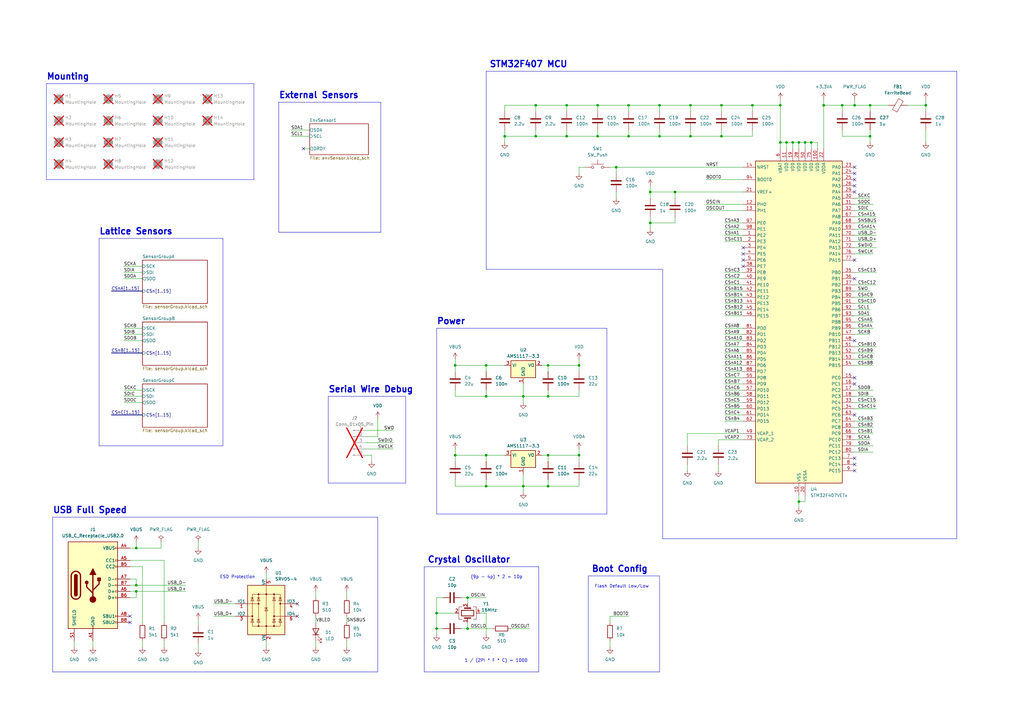
<source format=kicad_sch>
(kicad_sch (version 20231120) (generator "eeschema") (generator_version "8.0")
  (paper "A3")
  (junction (at 186.69 186.69))
  (junction (at 337.82 43.18))
  (junction (at 379.73 43.18))
  (junction (at 356.87 43.18))
  (junction (at 214.63 162.56))
  (junction (at 320.04 43.18))
  (junction (at 295.91 55.88))
  (junction (at 325.12 58.42))
  (junction (at 283.21 55.88))
  (junction (at 186.69 149.86))
  (junction (at 257.81 43.18))
  (junction (at 219.71 55.88))
  (junction (at 266.7 78.74))
  (junction (at 252.73 68.58))
  (junction (at 308.61 43.18))
  (junction (at 332.74 58.42))
  (junction (at 55.88 242.57))
  (junction (at 214.63 199.39))
  (junction (at 356.87 55.88))
  (junction (at 199.39 186.69))
  (junction (at 327.66 58.42))
  (junction (at 345.44 43.18))
  (junction (at 224.79 186.69))
  (junction (at 257.81 55.88))
  (junction (at 270.51 43.18))
  (junction (at 350.52 43.18))
  (junction (at 237.49 149.86))
  (junction (at 199.39 149.86))
  (junction (at 199.39 162.56))
  (junction (at 224.79 162.56))
  (junction (at 276.86 78.74))
  (junction (at 179.07 257.81))
  (junction (at 237.49 186.69))
  (junction (at 232.41 55.88))
  (junction (at 245.11 55.88))
  (junction (at 327.66 205.74))
  (junction (at 199.39 199.39))
  (junction (at 270.51 55.88))
  (junction (at 322.58 58.42))
  (junction (at 245.11 43.18))
  (junction (at 55.88 240.03))
  (junction (at 191.77 245.11))
  (junction (at 219.71 43.18))
  (junction (at 320.04 58.42))
  (junction (at 179.07 251.46))
  (junction (at 283.21 43.18))
  (junction (at 266.7 91.44))
  (junction (at 224.79 149.86))
  (junction (at 191.77 257.81))
  (junction (at 232.41 43.18))
  (junction (at 295.91 43.18))
  (junction (at 330.2 58.42))
  (junction (at 207.01 55.88))
  (junction (at 55.88 224.79))
  (junction (at 224.79 199.39))
  (no_connect (at 121.92 247.65))
  (no_connect (at 350.52 157.48))
  (no_connect (at 53.34 255.27))
  (no_connect (at 350.52 187.96))
  (no_connect (at 53.34 252.73))
  (no_connect (at 350.52 76.2))
  (no_connect (at 350.52 68.58))
  (no_connect (at 350.52 114.3))
  (no_connect (at 350.52 78.74))
  (no_connect (at 350.52 73.66))
  (no_connect (at 124.46 60.96))
  (no_connect (at 350.52 170.18))
  (no_connect (at 350.52 193.04))
  (no_connect (at 350.52 190.5))
  (no_connect (at 350.52 71.12))
  (no_connect (at 304.8 106.68))
  (no_connect (at 121.92 252.73))
  (no_connect (at 304.8 109.22))
  (no_connect (at 350.52 106.68))
  (no_connect (at 304.8 104.14))
  (no_connect (at 304.8 101.6))
  (no_connect (at 350.52 154.94))
  (no_connect (at 350.52 139.7))
  (wire (pts (xy 199.39 149.86) (xy 199.39 152.4)))
  (wire (pts (xy 199.39 186.69) (xy 186.69 186.69)))
  (wire (pts (xy 199.39 160.02) (xy 199.39 162.56)))
  (polyline (pts (xy 166.37 198.12) (xy 134.62 198.12)))
  (polyline (pts (xy 156.21 95.25) (xy 156.21 41.91)))
  (wire (pts (xy 297.18 93.98) (xy 304.8 93.98)))
  (wire (pts (xy 219.71 43.18) (xy 232.41 43.18)))
  (wire (pts (xy 350.52 86.36) (xy 358.14 86.36)))
  (wire (pts (xy 207.01 55.88) (xy 207.01 58.42)))
  (wire (pts (xy 207.01 45.72) (xy 207.01 43.18)))
  (wire (pts (xy 214.63 199.39) (xy 224.79 199.39)))
  (wire (pts (xy 199.39 149.86) (xy 186.69 149.86)))
  (wire (pts (xy 124.46 60.96) (xy 127 60.96)))
  (wire (pts (xy 372.11 43.18) (xy 379.73 43.18)))
  (wire (pts (xy 281.94 177.8) (xy 304.8 177.8)))
  (wire (pts (xy 356.87 53.34) (xy 356.87 55.88)))
  (wire (pts (xy 320.04 43.18) (xy 320.04 58.42)))
  (wire (pts (xy 129.54 262.89) (xy 129.54 265.43)))
  (wire (pts (xy 58.42 262.89) (xy 58.42 265.43)))
  (wire (pts (xy 297.18 170.18) (xy 304.8 170.18)))
  (wire (pts (xy 250.19 68.58) (xy 252.73 68.58)))
  (wire (pts (xy 142.24 242.57) (xy 142.24 245.11)))
  (wire (pts (xy 330.2 58.42) (xy 332.74 58.42)))
  (wire (pts (xy 58.42 255.27) (xy 58.42 232.41)))
  (wire (pts (xy 281.94 177.8) (xy 281.94 182.88)))
  (wire (pts (xy 154.94 171.45) (xy 154.94 179.07)))
  (polyline (pts (xy 241.3 236.22) (xy 242.57 236.22)))
  (wire (pts (xy 297.18 167.64) (xy 304.8 167.64)))
  (polyline (pts (xy 19.05 73.66) (xy 104.14 73.66)))
  (wire (pts (xy 87.63 247.65) (xy 96.52 247.65)))
  (wire (pts (xy 266.7 88.9) (xy 266.7 91.44)))
  (wire (pts (xy 219.71 53.34) (xy 219.71 55.88)))
  (wire (pts (xy 87.63 252.73) (xy 96.52 252.73)))
  (wire (pts (xy 297.18 127) (xy 304.8 127)))
  (wire (pts (xy 294.64 180.34) (xy 294.64 182.88)))
  (wire (pts (xy 379.73 43.18) (xy 379.73 45.72)))
  (wire (pts (xy 50.8 162.56) (xy 58.42 162.56)))
  (polyline (pts (xy 392.43 29.21) (xy 392.43 220.98)))
  (wire (pts (xy 186.69 199.39) (xy 186.69 196.85)))
  (polyline (pts (xy 179.07 139.7) (xy 179.07 210.82)))
  (wire (pts (xy 330.2 205.74) (xy 327.66 205.74)))
  (wire (pts (xy 266.7 91.44) (xy 276.86 91.44)))
  (polyline (pts (xy 104.14 73.66) (xy 104.14 34.29)))
  (wire (pts (xy 337.82 43.18) (xy 337.82 60.96)))
  (wire (pts (xy 237.49 149.86) (xy 224.79 149.86)))
  (wire (pts (xy 53.34 245.11) (xy 55.88 245.11)))
  (wire (pts (xy 276.86 78.74) (xy 276.86 81.28)))
  (polyline (pts (xy 173.99 275.59) (xy 173.99 232.41)))
  (wire (pts (xy 297.18 172.72) (xy 304.8 172.72)))
  (wire (pts (xy 266.7 76.2) (xy 266.7 78.74)))
  (polyline (pts (xy 114.3 41.91) (xy 156.21 41.91)))
  (wire (pts (xy 245.11 53.34) (xy 245.11 55.88)))
  (wire (pts (xy 232.41 43.18) (xy 245.11 43.18)))
  (wire (pts (xy 297.18 91.44) (xy 304.8 91.44)))
  (wire (pts (xy 350.52 124.46) (xy 358.14 124.46)))
  (wire (pts (xy 186.69 147.32) (xy 186.69 149.86)))
  (wire (pts (xy 297.18 165.1) (xy 304.8 165.1)))
  (wire (pts (xy 350.52 162.56) (xy 358.14 162.56)))
  (wire (pts (xy 224.79 162.56) (xy 224.79 160.02)))
  (wire (pts (xy 295.91 55.88) (xy 308.61 55.88)))
  (wire (pts (xy 350.52 91.44) (xy 359.41 91.44)))
  (wire (pts (xy 38.1 262.89) (xy 38.1 265.43)))
  (wire (pts (xy 276.86 78.74) (xy 304.8 78.74)))
  (wire (pts (xy 350.52 175.26) (xy 358.14 175.26)))
  (wire (pts (xy 214.63 162.56) (xy 199.39 162.56)))
  (polyline (pts (xy 248.92 210.82) (xy 248.92 134.62)))
  (wire (pts (xy 294.64 190.5) (xy 294.64 193.04)))
  (wire (pts (xy 55.88 242.57) (xy 76.2 242.57)))
  (wire (pts (xy 327.66 58.42) (xy 327.66 60.96)))
  (wire (pts (xy 345.44 43.18) (xy 345.44 45.72)))
  (wire (pts (xy 350.52 177.8) (xy 358.14 177.8)))
  (wire (pts (xy 191.77 245.11) (xy 189.23 245.11)))
  (wire (pts (xy 199.39 251.46) (xy 196.85 251.46)))
  (wire (pts (xy 119.38 55.88) (xy 127 55.88)))
  (wire (pts (xy 245.11 55.88) (xy 257.81 55.88)))
  (wire (pts (xy 270.51 55.88) (xy 270.51 53.34)))
  (wire (pts (xy 219.71 45.72) (xy 219.71 43.18)))
  (wire (pts (xy 149.86 181.61) (xy 161.29 181.61)))
  (wire (pts (xy 250.19 252.73) (xy 250.19 255.27)))
  (wire (pts (xy 191.77 245.11) (xy 199.39 245.11)))
  (wire (pts (xy 320.04 58.42) (xy 322.58 58.42)))
  (polyline (pts (xy 40.64 97.79) (xy 55.88 97.79)))
  (wire (pts (xy 297.18 114.3) (xy 304.8 114.3)))
  (wire (pts (xy 350.52 99.06) (xy 359.41 99.06)))
  (wire (pts (xy 129.54 252.73) (xy 129.54 255.27)))
  (polyline (pts (xy 40.64 182.88) (xy 40.64 97.79)))
  (wire (pts (xy 186.69 184.15) (xy 186.69 186.69)))
  (polyline (pts (xy 55.88 97.79) (xy 91.44 97.79)))
  (wire (pts (xy 379.73 53.34) (xy 379.73 58.42)))
  (wire (pts (xy 209.55 257.81) (xy 217.17 257.81)))
  (wire (pts (xy 379.73 40.64) (xy 379.73 43.18)))
  (polyline (pts (xy 242.57 236.22) (xy 270.51 236.22)))
  (wire (pts (xy 224.79 199.39) (xy 224.79 196.85)))
  (wire (pts (xy 356.87 43.18) (xy 356.87 45.72)))
  (wire (pts (xy 53.34 240.03) (xy 55.88 240.03)))
  (wire (pts (xy 270.51 43.18) (xy 270.51 45.72)))
  (wire (pts (xy 224.79 186.69) (xy 222.25 186.69)))
  (wire (pts (xy 50.8 160.02) (xy 58.42 160.02)))
  (wire (pts (xy 53.34 229.87) (xy 67.31 229.87)))
  (wire (pts (xy 350.52 172.72) (xy 358.14 172.72)))
  (wire (pts (xy 297.18 124.46) (xy 304.8 124.46)))
  (wire (pts (xy 297.18 154.94) (xy 304.8 154.94)))
  (wire (pts (xy 237.49 184.15) (xy 237.49 186.69)))
  (wire (pts (xy 257.81 55.88) (xy 257.81 53.34)))
  (wire (pts (xy 335.28 58.42) (xy 335.28 60.96)))
  (wire (pts (xy 345.44 55.88) (xy 356.87 55.88)))
  (wire (pts (xy 58.42 165.1) (xy 50.8 165.1)))
  (wire (pts (xy 214.63 199.39) (xy 199.39 199.39)))
  (wire (pts (xy 297.18 137.16) (xy 304.8 137.16)))
  (wire (pts (xy 179.07 251.46) (xy 186.69 251.46)))
  (polyline (pts (xy 199.39 29.21) (xy 323.85 29.21)))
  (wire (pts (xy 327.66 58.42) (xy 330.2 58.42)))
  (wire (pts (xy 289.56 86.36) (xy 304.8 86.36)))
  (wire (pts (xy 297.18 142.24) (xy 304.8 142.24)))
  (wire (pts (xy 232.41 55.88) (xy 245.11 55.88)))
  (wire (pts (xy 297.18 144.78) (xy 304.8 144.78)))
  (wire (pts (xy 350.52 116.84) (xy 359.41 116.84)))
  (wire (pts (xy 66.04 222.25) (xy 66.04 224.79)))
  (wire (pts (xy 325.12 58.42) (xy 325.12 60.96)))
  (wire (pts (xy 350.52 43.18) (xy 356.87 43.18)))
  (wire (pts (xy 350.52 129.54) (xy 356.87 129.54)))
  (polyline (pts (xy 154.94 275.59) (xy 21.59 275.59)))
  (wire (pts (xy 109.22 234.95) (xy 109.22 237.49)))
  (wire (pts (xy 297.18 162.56) (xy 304.8 162.56)))
  (wire (pts (xy 332.74 58.42) (xy 335.28 58.42)))
  (wire (pts (xy 149.86 176.53) (xy 161.29 176.53)))
  (wire (pts (xy 179.07 260.35) (xy 179.07 257.81)))
  (wire (pts (xy 350.52 149.86) (xy 358.14 149.86)))
  (wire (pts (xy 297.18 116.84) (xy 304.8 116.84)))
  (wire (pts (xy 257.81 55.88) (xy 270.51 55.88)))
  (wire (pts (xy 252.73 68.58) (xy 304.8 68.58)))
  (wire (pts (xy 219.71 55.88) (xy 232.41 55.88)))
  (wire (pts (xy 186.69 162.56) (xy 186.69 160.02)))
  (wire (pts (xy 179.07 251.46) (xy 179.07 245.11)))
  (wire (pts (xy 350.52 93.98) (xy 359.41 93.98)))
  (wire (pts (xy 119.38 53.34) (xy 127 53.34)))
  (wire (pts (xy 350.52 96.52) (xy 359.41 96.52)))
  (wire (pts (xy 297.18 99.06) (xy 304.8 99.06)))
  (wire (pts (xy 325.12 58.42) (xy 327.66 58.42)))
  (wire (pts (xy 152.4 189.23) (xy 152.4 186.69)))
  (wire (pts (xy 179.07 257.81) (xy 181.61 257.81)))
  (wire (pts (xy 345.44 53.34) (xy 345.44 55.88)))
  (wire (pts (xy 350.52 81.28) (xy 356.87 81.28)))
  (wire (pts (xy 237.49 199.39) (xy 237.49 196.85)))
  (polyline (pts (xy 323.85 29.21) (xy 392.43 29.21)))
  (polyline (pts (xy 173.99 232.41) (xy 185.42 232.41)))
  (polyline (pts (xy 199.39 29.21) (xy 199.39 110.49)))
  (wire (pts (xy 50.8 137.16) (xy 58.42 137.16)))
  (wire (pts (xy 224.79 199.39) (xy 237.49 199.39)))
  (polyline (pts (xy 142.24 162.56) (xy 166.37 162.56)))
  (wire (pts (xy 257.81 43.18) (xy 257.81 45.72)))
  (wire (pts (xy 224.79 186.69) (xy 224.79 189.23)))
  (wire (pts (xy 214.63 201.93) (xy 214.63 199.39)))
  (wire (pts (xy 191.77 257.81) (xy 201.93 257.81)))
  (wire (pts (xy 332.74 58.42) (xy 332.74 60.96)))
  (wire (pts (xy 179.07 257.81) (xy 179.07 251.46)))
  (wire (pts (xy 350.52 142.24) (xy 359.41 142.24)))
  (wire (pts (xy 320.04 40.64) (xy 320.04 43.18)))
  (wire (pts (xy 58.42 114.3) (xy 50.8 114.3)))
  (wire (pts (xy 322.58 58.42) (xy 322.58 60.96)))
  (wire (pts (xy 55.88 237.49) (xy 55.88 240.03)))
  (wire (pts (xy 152.4 186.69) (xy 149.86 186.69)))
  (wire (pts (xy 297.18 119.38) (xy 304.8 119.38)))
  (wire (pts (xy 237.49 189.23) (xy 237.49 186.69)))
  (wire (pts (xy 55.88 245.11) (xy 55.88 242.57)))
  (wire (pts (xy 154.94 179.07) (xy 149.86 179.07)))
  (bus (pts (xy 45.72 144.78) (xy 58.42 144.78)))
  (wire (pts (xy 337.82 43.18) (xy 345.44 43.18)))
  (wire (pts (xy 81.28 254) (xy 81.28 256.54)))
  (polyline (pts (xy 179.07 210.82) (xy 248.92 210.82)))
  (wire (pts (xy 257.81 43.18) (xy 270.51 43.18)))
  (wire (pts (xy 320.04 58.42) (xy 320.04 60.96)))
  (wire (pts (xy 350.52 119.38) (xy 356.87 119.38)))
  (wire (pts (xy 30.48 262.89) (xy 30.48 265.43)))
  (wire (pts (xy 237.49 162.56) (xy 237.49 160.02)))
  (wire (pts (xy 224.79 162.56) (xy 237.49 162.56)))
  (wire (pts (xy 350.52 137.16) (xy 356.87 137.16)))
  (wire (pts (xy 237.49 152.4) (xy 237.49 149.86)))
  (polyline (pts (xy 91.44 182.88) (xy 40.64 182.88)))
  (wire (pts (xy 81.28 222.25) (xy 81.28 224.79)))
  (polyline (pts (xy 199.39 110.49) (xy 271.78 110.49)))
  (wire (pts (xy 58.42 139.7) (xy 50.8 139.7)))
  (wire (pts (xy 207.01 149.86) (xy 199.39 149.86)))
  (wire (pts (xy 53.34 242.57) (xy 55.88 242.57)))
  (polyline (pts (xy 271.78 220.98) (xy 392.43 220.98)))
  (polyline (pts (xy 241.3 275.59) (xy 241.3 236.22)))
  (wire (pts (xy 207.01 55.88) (xy 219.71 55.88)))
  (wire (pts (xy 295.91 43.18) (xy 308.61 43.18)))
  (wire (pts (xy 55.88 222.25) (xy 55.88 224.79)))
  (polyline (pts (xy 166.37 162.56) (xy 166.37 198.12)))
  (wire (pts (xy 350.52 88.9) (xy 359.41 88.9)))
  (wire (pts (xy 350.52 127) (xy 356.87 127)))
  (wire (pts (xy 149.86 184.15) (xy 161.29 184.15)))
  (wire (pts (xy 283.21 55.88) (xy 283.21 53.34)))
  (wire (pts (xy 207.01 43.18) (xy 219.71 43.18)))
  (polyline (pts (xy 185.42 232.41) (xy 220.98 232.41)))
  (wire (pts (xy 252.73 78.74) (xy 252.73 81.28)))
  (wire (pts (xy 350.52 121.92) (xy 358.14 121.92)))
  (polyline (pts (xy 248.92 134.62) (xy 179.07 134.62)))
  (wire (pts (xy 308.61 43.18) (xy 320.04 43.18)))
  (wire (pts (xy 297.18 139.7) (xy 304.8 139.7)))
  (wire (pts (xy 66.04 224.79) (xy 55.88 224.79)))
  (polyline (pts (xy 134.62 198.12) (xy 134.62 162.56)))
  (wire (pts (xy 207.01 53.34) (xy 207.01 55.88)))
  (wire (pts (xy 322.58 58.42) (xy 325.12 58.42)))
  (polyline (pts (xy 179.07 134.62) (xy 179.07 139.7)))
  (polyline (pts (xy 19.05 38.1) (xy 19.05 73.66)))
  (wire (pts (xy 297.18 160.02) (xy 304.8 160.02)))
  (wire (pts (xy 237.49 68.58) (xy 240.03 68.58)))
  (wire (pts (xy 55.88 224.79) (xy 53.34 224.79)))
  (wire (pts (xy 55.88 240.03) (xy 76.2 240.03)))
  (wire (pts (xy 350.52 147.32) (xy 358.14 147.32)))
  (polyline (pts (xy 270.51 236.22) (xy 270.51 275.59)))
  (wire (pts (xy 214.63 157.48) (xy 214.63 162.56)))
  (wire (pts (xy 276.86 91.44) (xy 276.86 88.9)))
  (wire (pts (xy 67.31 229.87) (xy 67.31 255.27)))
  (wire (pts (xy 270.51 55.88) (xy 283.21 55.88)))
  (wire (pts (xy 350.52 132.08) (xy 358.14 132.08)))
  (wire (pts (xy 350.52 134.62) (xy 358.14 134.62)))
  (wire (pts (xy 289.56 83.82) (xy 304.8 83.82)))
  (wire (pts (xy 252.73 71.12) (xy 252.73 68.58)))
  (polyline (pts (xy 19.05 34.29) (xy 19.05 38.1)))
  (wire (pts (xy 350.52 165.1) (xy 359.41 165.1)))
  (wire (pts (xy 327.66 205.74) (xy 327.66 208.28)))
  (wire (pts (xy 270.51 43.18) (xy 283.21 43.18)))
  (bus (pts (xy 45.72 119.38) (xy 58.42 119.38)))
  (polyline (pts (xy 114.3 41.91) (xy 114.3 95.25)))
  (wire (pts (xy 295.91 55.88) (xy 295.91 53.34)))
  (wire (pts (xy 214.63 165.1) (xy 214.63 162.56)))
  (wire (pts (xy 199.39 162.56) (xy 186.69 162.56)))
  (wire (pts (xy 191.77 257.81) (xy 189.23 257.81)))
  (wire (pts (xy 295.91 43.18) (xy 295.91 45.72)))
  (polyline (pts (xy 21.59 275.59) (xy 21.59 212.09)))
  (wire (pts (xy 191.77 255.27) (xy 191.77 257.81)))
  (wire (pts (xy 350.52 104.14) (xy 358.14 104.14)))
  (wire (pts (xy 50.8 109.22) (xy 58.42 109.22)))
  (wire (pts (xy 297.18 149.86) (xy 304.8 149.86)))
  (polyline (pts (xy 220.98 232.41) (xy 220.98 275.59)))
  (wire (pts (xy 129.54 242.57) (xy 129.54 245.11)))
  (wire (pts (xy 237.49 186.69) (xy 224.79 186.69)))
  (wire (pts (xy 50.8 111.76) (xy 58.42 111.76)))
  (wire (pts (xy 214.63 162.56) (xy 224.79 162.56)))
  (wire (pts (xy 266.7 78.74) (xy 276.86 78.74)))
  (wire (pts (xy 237.49 71.12) (xy 237.49 68.58)))
  (wire (pts (xy 356.87 55.88) (xy 356.87 58.42)))
  (wire (pts (xy 266.7 81.28) (xy 266.7 78.74)))
  (wire (pts (xy 199.39 199.39) (xy 186.69 199.39)))
  (wire (pts (xy 142.24 262.89) (xy 142.24 265.43)))
  (wire (pts (xy 250.19 252.73) (xy 257.81 252.73)))
  (wire (pts (xy 330.2 203.2) (xy 330.2 205.74)))
  (wire (pts (xy 283.21 43.18) (xy 295.91 43.18)))
  (wire (pts (xy 186.69 186.69) (xy 186.69 189.23)))
  (wire (pts (xy 297.18 134.62) (xy 304.8 134.62)))
  (wire (pts (xy 53.34 237.49) (xy 55.88 237.49)))
  (wire (pts (xy 297.18 96.52) (xy 304.8 96.52)))
  (wire (pts (xy 297.18 111.76) (xy 304.8 111.76)))
  (wire (pts (xy 58.42 232.41) (xy 53.34 232.41)))
  (wire (pts (xy 294.64 180.34) (xy 304.8 180.34)))
  (polyline (pts (xy 271.78 110.49) (xy 271.78 220.98)))
  (wire (pts (xy 224.79 149.86) (xy 224.79 152.4)))
  (wire (pts (xy 67.31 262.89) (xy 67.31 265.43)))
  (wire (pts (xy 350.52 144.78) (xy 358.14 144.78)))
  (wire (pts (xy 337.82 40.64) (xy 337.82 43.18)))
  (wire (pts (xy 308.61 43.18) (xy 308.61 45.72)))
  (wire (pts (xy 250.19 262.89) (xy 250.19 265.43)))
  (wire (pts (xy 224.79 149.86) (xy 222.25 149.86)))
  (wire (pts (xy 350.52 101.6) (xy 359.41 101.6)))
  (wire (pts (xy 327.66 203.2) (xy 327.66 205.74)))
  (wire (pts (xy 199.39 196.85) (xy 199.39 199.39)))
  (wire (pts (xy 186.69 149.86) (xy 186.69 152.4)))
  (wire (pts (xy 297.18 121.92) (xy 304.8 121.92)))
  (polyline (pts (xy 270.51 275.59) (xy 241.3 275.59)))
  (wire (pts (xy 142.24 252.73) (xy 142.24 255.27)))
  (wire (pts (xy 297.18 147.32) (xy 304.8 147.32)))
  (wire (pts (xy 245.11 43.18) (xy 257.81 43.18)))
  (wire (pts (xy 350.52 180.34) (xy 356.87 180.34)))
  (wire (pts (xy 297.18 157.48) (xy 304.8 157.48)))
  (wire (pts (xy 50.8 134.62) (xy 58.42 134.62)))
  (wire (pts (xy 199.39 186.69) (xy 199.39 189.23)))
  (wire (pts (xy 297.18 129.54) (xy 304.8 129.54)))
  (wire (pts (xy 350.52 167.64) (xy 359.41 167.64)))
  (wire (pts (xy 281.94 190.5) (xy 281.94 193.04)))
  (wire (pts (xy 350.52 185.42) (xy 358.14 185.42)))
  (wire (pts (xy 283.21 43.18) (xy 283.21 45.72)))
  (polyline (pts (xy 114.3 95.25) (xy 156.21 95.25)))
  (wire (pts (xy 350.52 40.64) (xy 350.52 43.18)))
  (wire (pts (xy 297.18 152.4) (xy 304.8 152.4)))
  (wire (pts (xy 345.44 43.18) (xy 350.52 43.18)))
  (wire (pts (xy 330.2 58.42) (xy 330.2 60.96)))
  (wire (pts (xy 283.21 55.88) (xy 295.91 55.88)))
  (wire (pts (xy 81.28 264.16) (xy 81.28 266.7)))
  (wire (pts (xy 350.52 182.88) (xy 358.14 182.88)))
  (wire (pts (xy 350.52 111.76) (xy 359.41 111.76)))
  (wire (pts (xy 179.07 245.11) (xy 181.61 245.11)))
  (bus (pts (xy 45.72 170.18) (xy 58.42 170.18)))
  (wire (pts (xy 207.01 186.69) (xy 199.39 186.69)))
  (polyline (pts (xy 154.94 212.09) (xy 154.94 275.59)))
  (wire (pts (xy 356.87 43.18) (xy 364.49 43.18)))
  (wire (pts (xy 232.41 53.34) (xy 232.41 55.88)))
  (wire (pts (xy 350.52 160.02) (xy 358.14 160.02)))
  (wire (pts (xy 308.61 55.88) (xy 308.61 53.34)))
  (polyline (pts (xy 104.14 34.29) (xy 19.05 34.29)))
  (wire (pts (xy 199.39 251.46) (xy 199.39 260.35)))
  (wire (pts (xy 245.11 43.18) (xy 245.11 45.72)))
  (wire (pts (xy 191.77 247.65) (xy 191.77 245.11)))
  (polyline (pts (xy 134.62 162.56) (xy 142.24 162.56)))
  (wire (pts (xy 232.41 45.72) (xy 232.41 43.18)))
  (wire (pts (xy 350.52 83.82) (xy 358.14 83.82)))
  (wire (pts (xy 289.56 73.66) (xy 304.8 73.66)))
  (polyline (pts (xy 220.98 275.59) (xy 173.99 275.59)))
  (wire (pts (xy 109.22 262.89) (xy 109.22 265.43)))
  (polyline (pts (xy 102.87 212.09) (xy 154.94 212.09)))
  (polyline (pts (xy 91.44 97.79) (xy 91.44 182.88)))
  (wire (pts (xy 214.63 194.31) (xy 214.63 199.39)))
  (polyline (pts (xy 21.59 212.09) (xy 102.87 212.09)))
  (wire (pts (xy 266.7 91.44) (xy 266.7 93.98)))
  (wire (pts (xy 237.49 147.32) (xy 237.49 149.86)))
  (text "Crystal Oscillator" (at 175.26 231.14 0) (effects (font (size 2.54 2.54) (thickness 0.508) (bold yes)) (justify left bottom)))
  (text "ESD Protection" (at 90.17 237.49 0) (effects (font (size 1.27 1.27)) (justify left bottom)))
  (text "Boot Config" (at 242.57 234.95 0) (effects (font (size 2.54 2.54) (thickness 0.508) (bold yes)) (justify left bottom)))
  (text "(9p - 4p) * 2 = 10p" (at 193.04 237.49 0) (effects (font (size 1.27 1.27)) (justify left bottom)))
  (text "Serial Wire Debug" (at 134.62 161.29 0) (effects (font (size 2.54 2.54) (thickness 0.508) (bold yes)) (justify left bottom)))
  (text "Mounting" (at 19.05 33.02 0) (effects (font (size 2.54 2.54) (thickness 0.508) (bold yes)) (justify left bottom)))
  (text "Flash Default Low/Low" (at 243.84 241.3 0) (effects (font (size 1.27 1.27)) (justify left bottom)))
  (text "1 / (2PI * F * C) = 1000" (at 190.5 271.78 0) (effects (font (size 1.27 1.27)) (justify left bottom)))
  (text "USB Full Speed" (at 21.59 210.82 0) (effects (font (size 2.54 2.54) (thickness 0.508) (bold yes)) (justify left bottom)))
  (text "Lattice Sensors" (at 40.64 96.52 0) (effects (font (size 2.54 2.54) (thickness 0.508) (bold yes)) (justify left bottom)))
  (text "Power" (at 179.07 133.35 0) (effects (font (size 2.54 2.54) (thickness 0.508) (bold yes)) (justify left bottom)))
  (text "External Sensors" (at 114.3 40.64 0) (effects (font (size 2.54 2.54) (thickness 0.508) (bold yes)) (justify left bottom)))
  (text "STM32F407 MCU" (at 200.66 27.94 0) (effects (font (size 2.54 2.54) (thickness 0.508) (bold yes)) (justify left bottom)))
  (label "CSnB3" (at 351.79 172.72 0))
  (label "NRST" (at 289.56 68.58 0))
  (label "SDIA" (at 50.8 111.76 0))
  (label "SDA1" (at 119.38 53.34 0))
  (label "CSnA1" (at 297.18 96.52 0))
  (label "CSnC14" (at 351.79 167.64 0))
  (label "OSCLO" (at 193.04 257.81 0))
  (label "CSnC3" (at 297.18 111.76 0))
  (label "CSnA5" (at 351.79 132.08 0))
  (label "CSnB13" (at 297.18 124.46 0))
  (label "CSnC2" (at 297.18 114.3 0))
  (label "SCL1" (at 351.79 127 0))
  (label "CSnC4" (at 297.18 170.18 0))
  (label "OSCOUT" (at 209.55 257.81 0))
  (label "SCKB" (at 50.8 134.62 0))
  (label "SDIC" (at 50.8 162.56 0))
  (label "CSnA2" (at 297.18 93.98 0))
  (label "CSnC7" (at 297.18 154.94 0))
  (label "USB_D-" (at 68.58 240.03 0))
  (label "CSnC[1..15]" (at 45.72 170.18 0))
  (label "CSnC12" (at 351.79 116.84 0))
  (label "SWCLK" (at 351.79 104.14 0))
  (label "CSnA6" (at 297.18 144.78 0))
  (label "CSnB14" (at 297.18 121.92 0))
  (label "CSnA13" (at 297.18 152.4 0))
  (label "CSnB5" (at 297.18 167.64 0))
  (label "SWO" (at 157.48 176.53 0))
  (label "CSnB6" (at 297.18 162.56 0))
  (label "CSnB1" (at 351.79 177.8 0))
  (label "CSnA12" (at 297.18 149.86 0))
  (label "CSnA4" (at 351.79 134.62 0))
  (label "CSnA14" (at 351.79 93.98 0))
  (label "CSnA3" (at 297.18 91.44 0))
  (label "OSCIN" (at 193.04 245.11 0))
  (label "BOOT0" (at 251.46 252.73 0))
  (label "SCKC" (at 50.8 160.02 0))
  (label "CSnB11" (at 297.18 129.54 0))
  (label "USB_D-" (at 351.79 96.52 0))
  (label "CSnB15" (at 297.18 119.38 0))
  (label "CSnC6" (at 297.18 160.02 0))
  (label "SDOC" (at 351.79 83.82 0))
  (label "CSnB7" (at 297.18 157.48 0))
  (label "SWDIO" (at 351.79 101.6 0))
  (label "SCKC" (at 351.79 81.28 0))
  (label "CSnB10" (at 351.79 142.24 0))
  (label "CSnC10" (at 351.79 124.46 0))
  (label "SDIC" (at 351.79 86.36 0))
  (label "CSnA[1..15]" (at 45.72 119.38 0))
  (label "SDIB" (at 50.8 137.16 0))
  (label "CSnC13" (at 351.79 111.76 0))
  (label "CSnB8" (at 351.79 149.86 0))
  (label "SDOB" (at 50.8 139.7 0))
  (label "CSnA15" (at 351.79 88.9 0))
  (label "CSnC1" (at 297.18 116.84 0))
  (label "SCKA" (at 351.79 180.34 0))
  (label "VBLED" (at 129.54 255.27 0))
  (label "CSnA11" (at 297.18 147.32 0))
  (label "SCKB" (at 351.79 137.16 0))
  (label "CSnB9" (at 351.79 144.78 0))
  (label "CSnA10" (at 297.18 139.7 0))
  (label "CSnC11" (at 297.18 99.06 0))
  (label "VCAP1" (at 297.18 177.8 0))
  (label "CSnC15" (at 351.79 165.1 0))
  (label "SWDIO" (at 154.94 181.61 0))
  (label "VCAP2" (at 297.18 180.34 0))
  (label "SCL1" (at 119.38 55.88 0))
  (label "USB_D+" (at 351.79 99.06 0))
  (label "SCKA" (at 50.8 109.22 0))
  (label "OSCOUT" (at 289.56 86.36 0))
  (label "SWO" (at 351.79 119.38 0))
  (label "SNSBUS" (at 142.24 255.27 0))
  (label "BOOT0" (at 289.56 73.66 0))
  (label "SDOA" (at 50.8 114.3 0))
  (label "CSnB4" (at 297.18 172.72 0))
  (label "CSnB12" (at 297.18 127 0))
  (label "CSnA9" (at 297.18 137.16 0))
  (label "CSnB2" (at 351.79 175.26 0))
  (label "CSnA7" (at 297.18 142.24 0))
  (label "USB_D+" (at 68.58 242.57 0))
  (label "SDIB" (at 351.79 162.56 0))
  (label "SDOA" (at 351.79 182.88 0))
  (label "CSnB[1..15]" (at 45.72 144.78 0))
  (label "CSnA8" (at 297.18 134.62 0))
  (label "SWCLK" (at 154.94 184.15 0))
  (label "CSnC8" (at 351.79 147.32 0))
  (label "SNSBUS" (at 351.79 91.44 0))
  (label "CSnC5" (at 297.18 165.1 0))
  (label "OSCIN" (at 289.56 83.82 0))
  (label "USB_D+" (at 87.63 252.73 0))
  (label "SDIA" (at 351.79 185.42 0))
  (label "SDA1" (at 351.79 129.54 0))
  (label "SDOB" (at 351.79 160.02 0))
  (label "CSnC9" (at 351.79 121.92 0))
  (label "SDOC" (at 50.8 165.1 0))
  (label "USB_D-" (at 87.63 247.65 0))
  (symbol (lib_id "Device:LED") (at 129.54 259.08 90) (unit 1)
    (property "Reference" "D1" (at 133.35 259.3975 90) (effects (justify right)))
    (property "Value" "LED" (at 133.35 261.9375 90) (effects (justify right)))
    (property "Footprint" "LED_SMD:LED_0603_1608Metric" (effects (hide yes)))
  )
  (symbol (lib_id "Mechanical:MountingHole") (at 64.77 67.31 0) (unit 1) (dnp yes)
    (property "Reference" "H12" (at 67.31 66.04 0) (effects (justify left)))
    (property "Value" "MountingHole" (at 67.31 68.58 0) (effects (justify left)))
    (property "Footprint" "MountingHole:MountingHole_3.2mm_M3" (effects (hide yes)))
  )
  (symbol (lib_id "Power_Protection:SRV05-4") (at 109.22 250.19 0) (unit 1)
    (property "Reference" "U1" (at 112.8461 234.95 0) (effects (justify left)))
    (property "Value" "SRV05-4" (at 112.8461 237.49 0) (effects (justify left)))
    (property "Footprint" "Package_TO_SOT_SMD:SOT-23-6" (effects (hide yes)))
    (property "Datasheet" "http://www.onsemi.com/pub/Collateral/SRV05-4-D.PDF" (effects (hide yes)))
    (property "LCSC" "C7420376" (effects (hide yes)))
  )
  (symbol (lib_id "power:GND") (at 129.54 265.43 0) (unit 1)
    (property "Reference" "#PWR012" (effects (hide yes)))
    (property "Value" "GND" (at 129.54 270.51 0))
  )
  (symbol (lib_id "Regulator_Linear:AMS1117-3.3") (at 214.63 149.86 0) (unit 1)
    (property "Reference" "U2" (at 214.63 143.51 0))
    (property "Value" "AMS1117-3.3" (at 214.63 146.05 0))
    (property "Footprint" "Package_TO_SOT_SMD:SOT-223-3_TabPin2" (effects (hide yes)))
    (property "Datasheet" "http://www.advanced-monolithic.com/pdf/ds1117.pdf" (effects (hide yes)))
  )
  (symbol (lib_id "Connector:USB_C_Receptacle_USB2.0") (at 38.1 240.03 0) (unit 1)
    (property "Reference" "J1" (at 38.1 217.17 0))
    (property "Value" "USB_C_Receptacle_USB2.0" (at 38.1 219.71 0))
    (property "Footprint" "Connector_USB:USB_C_Receptacle_GCT_USB4105-xx-A_16P_TopMnt_Horizontal" (effects (hide yes)))
    (property "Datasheet" "https://www.usb.org/sites/default/files/documents/usb_type-c.zip" (effects (hide yes)))
    (property "LCSC" "C2765186" (effects (hide yes)))
  )
  (symbol (lib_id "power:VDDA") (at 237.49 184.15 0) (unit 1)
    (property "Reference" "#PWR026" (effects (hide yes)))
    (property "Value" "VDDA" (at 237.49 179.07 0))
  )
  (symbol (lib_id "Device:C") (at 281.94 186.69 0) (unit 1)
    (property "Reference" "C21" (at 285.75 185.42 0) (effects (justify left)))
    (property "Value" "2.2u" (at 285.75 187.96 0) (effects (justify left)))
    (property "Footprint" "Capacitor_SMD:C_0603_1608Metric" (effects (hide yes)))
  )
  (symbol (lib_id "Device:C") (at 266.7 85.09 0) (unit 1)
    (property "Reference" "C18" (at 270.51 83.82 0) (effects (justify left)))
    (property "Value" "1u" (at 270.51 86.36 0) (effects (justify left)))
    (property "Footprint" "Capacitor_SMD:C_0402_1005Metric" (effects (hide yes)))
  )
  (symbol (lib_id "power:GND") (at 199.39 260.35 0) (unit 1)
    (property "Reference" "#PWR020" (effects (hide yes)))
    (property "Value" "GND" (at 199.39 265.43 0))
  )
  (symbol (lib_id "power:GND") (at 142.24 265.43 0) (unit 1)
    (property "Reference" "#PWR014" (effects (hide yes)))
    (property "Value" "GND" (at 142.24 270.51 0))
  )
  (symbol (lib_id "Device:C") (at 270.51 49.53 0) (unit 1)
    (property "Reference" "C19" (at 274.32 48.26 0) (effects (justify left)))
    (property "Value" "100n" (at 274.32 50.8 0) (effects (justify left)))
    (property "Footprint" "Capacitor_SMD:C_0402_1005Metric" (effects (hide yes)))
  )
  (symbol (lib_id "Device:C") (at 219.71 49.53 0) (unit 1)
    (property "Reference" "C9" (at 223.52 48.26 0) (effects (justify left)))
    (property "Value" "2.2u" (at 223.52 50.8 0) (effects (justify left)))
    (property "Footprint" "Capacitor_SMD:C_0603_1608Metric" (effects (hide yes)))
  )
  (symbol (lib_id "power:GND") (at 250.19 265.43 0) (unit 1)
    (property "Reference" "#PWR028" (effects (hide yes)))
    (property "Value" "GND" (at 250.19 270.51 0))
  )
  (symbol (lib_id "power:VBUS") (at 109.22 234.95 0) (unit 1)
    (property "Reference" "#PWR09" (effects (hide yes)))
    (property "Value" "VBUS" (at 109.22 229.87 0))
  )
  (symbol (lib_id "Device:C") (at 207.01 49.53 0) (unit 1)
    (property "Reference" "C8" (at 210.82 48.26 0) (effects (justify left)))
    (property "Value" "2.2u" (at 210.82 50.8 0) (effects (justify left)))
    (property "Footprint" "Capacitor_SMD:C_0603_1608Metric" (effects (hide yes)))
  )
  (symbol (lib_id "Device:R") (at 250.19 259.08 0) (unit 1)
    (property "Reference" "R7" (at 252.73 257.81 0) (effects (justify left)))
    (property "Value" "10k" (at 252.73 260.35 0) (effects (justify left)))
    (property "Footprint" "Resistor_SMD:R_0402_1005Metric" (effects (hide yes)))
  )
  (symbol (lib_id "power:GND") (at 266.7 93.98 0) (unit 1)
    (property "Reference" "#PWR031" (effects (hide yes)))
    (property "Value" "GND" (at 266.7 99.06 0))
  )
  (symbol (lib_id "power:GND") (at 152.4 189.23 0) (unit 1)
    (property "Reference" "#PWR015" (effects (hide yes)))
    (property "Value" "GND" (at 152.4 194.31 0))
  )
  (symbol (lib_id "Device:C") (at 185.42 257.81 90) (unit 1)
    (property "Reference" "C3" (at 185.42 262.89 90))
    (property "Value" "10p" (at 185.42 265.43 90))
    (property "Footprint" "Capacitor_SMD:C_0402_1005Metric" (effects (hide yes)))
  )
  (symbol (lib_id "power:GND") (at 252.73 81.28 0) (unit 1)
    (property "Reference" "#PWR029" (effects (hide yes)))
    (property "Value" "GND" (at 252.73 86.36 0))
  )
  (symbol (lib_id "Device:R") (at 142.24 248.92 0) (unit 1)
    (property "Reference" "R4" (at 144.78 247.65 0) (effects (justify left)))
    (property "Value" "10k" (at 144.78 250.19 0) (effects (justify left)))
    (property "Footprint" "Resistor_SMD:R_0402_1005Metric" (effects (hide yes)))
  )
  (symbol (lib_id "Device:C") (at 199.39 156.21 0) (unit 1)
    (property "Reference" "C6" (at 203.2 154.94 0) (effects (justify left)))
    (property "Value" "100n" (at 203.2 157.48 0) (effects (justify left)))
    (property "Footprint" "Capacitor_SMD:C_0402_1005Metric" (effects (hide yes)))
  )
  (symbol (lib_id "Device:R") (at 58.42 259.08 0) (unit 1)
    (property "Reference" "R1" (at 60.96 257.81 0) (effects (justify left)))
    (property "Value" "5k1" (at 60.96 260.35 0) (effects (justify left)))
    (property "Footprint" "Resistor_SMD:R_0402_1005Metric" (effects (hide yes)))
  )
  (symbol (lib_id "Device:C") (at 237.49 156.21 0) (unit 1)
    (property "Reference" "C13" (at 241.3 154.94 0) (effects (justify left)))
    (property "Value" "22u" (at 241.3 157.48 0) (effects (justify left)))
    (property "Footprint" "Capacitor_SMD:C_0603_1608Metric" (effects (hide yes)))
  )
  (symbol (lib_id "Device:C") (at 224.79 156.21 0) (unit 1)
    (property "Reference" "C10" (at 228.6 154.94 0) (effects (justify left)))
    (property "Value" "100n" (at 228.6 157.48 0) (effects (justify left)))
    (property "Footprint" "Capacitor_SMD:C_0402_1005Metric" (effects (hide yes)))
  )
  (symbol (lib_id "power:VDD") (at 320.04 40.64 0) (unit 1)
    (property "Reference" "#PWR036" (effects (hide yes)))
    (property "Value" "VDD" (at 320.04 35.56 0))
  )
  (symbol (lib_id "Device:C") (at 276.86 85.09 0) (unit 1)
    (property "Reference" "C20" (at 280.67 83.82 0) (effects (justify left)))
    (property "Value" "100n" (at 280.67 86.36 0) (effects (justify left)))
    (property "Footprint" "Capacitor_SMD:C_0402_1005Metric" (effects (hide yes)))
  )
  (symbol (lib_id "power:GND") (at 109.22 265.43 0) (unit 1)
    (property "Reference" "#PWR010" (effects (hide yes)))
    (property "Value" "GND" (at 109.22 270.51 0))
  )
  (symbol (lib_id "Device:C") (at 294.64 186.69 0) (unit 1)
    (property "Reference" "C23" (at 298.45 185.42 0) (effects (justify left)))
    (property "Value" "2.2u" (at 298.45 187.96 0) (effects (justify left)))
    (property "Footprint" "Capacitor_SMD:C_0603_1608Metric" (effects (hide yes)))
  )
  (symbol (lib_id "Device:C") (at 186.69 193.04 0) (unit 1)
    (property "Reference" "C5" (at 190.5 191.77 0) (effects (justify left)))
    (property "Value" "22u" (at 190.5 194.31 0) (effects (justify left)))
    (property "Footprint" "Capacitor_SMD:C_0805_2012Metric" (effects (hide yes)))
  )
  (symbol (lib_id "Device:C") (at 199.39 193.04 0) (unit 1)
    (property "Reference" "C7" (at 203.2 191.77 0) (effects (justify left)))
    (property "Value" "100n" (at 203.2 194.31 0) (effects (justify left)))
    (property "Footprint" "Capacitor_SMD:C_0402_1005Metric" (effects (hide yes)))
  )
  (symbol (lib_id "Device:Crystal_GND24") (at 191.77 251.46 90) (unit 1)
    (property "Reference" "Y1" (at 199.39 247.65 90))
    (property "Value" "16MHz" (at 200.66 250.19 90))
    (property "Footprint" "Crystal:Crystal_SMD_3225-4Pin_3.2x2.5mm" (effects (hide yes)))
    (property "LCSC" "C13738" (effects (hide yes)))
  )
  (symbol (lib_id "power:VBUS") (at 186.69 147.32 0) (unit 1)
    (property "Reference" "#PWR018" (effects (hide yes)))
    (property "Value" "VBUS" (at 186.69 142.24 0))
  )
  (symbol (lib_id "power:GND") (at 58.42 265.43 0) (unit 1)
    (property "Reference" "#PWR04" (effects (hide yes)))
    (property "Value" "GND" (at 58.42 270.51 0))
  )
  (symbol (lib_id "power:GND") (at 327.66 208.28 0) (unit 1)
    (property "Reference" "#PWR037" (effects (hide yes)))
    (property "Value" "GND" (at 327.66 213.36 0))
  )
  (symbol (lib_id "Mechanical:MountingHole") (at 85.09 40.64 0) (unit 1) (dnp yes)
    (property "Reference" "H13" (at 87.63 39.37 0) (effects (justify left)))
    (property "Value" "MountingHole" (at 87.63 41.91 0) (effects (justify left)))
    (property "Footprint" "MountingHole:MountingHole_3.2mm_M3" (effects (hide yes)))
  )
  (symbol (lib_id "Connector:Conn_01x05_Pin") (at 144.78 181.61 0) (unit 1) (dnp yes)
    (property "Reference" "J2" (at 145.415 171.45 0))
    (property "Value" "Conn_01x05_Pin" (at 145.415 173.99 0))
    (property "Footprint" "MyLibrary:Conn_Header_P5-2.54" (effects (hide yes)))
  )
  (symbol (lib_id "Device:C") (at 345.44 49.53 0) (unit 1)
    (property "Reference" "C26" (at 349.25 48.26 0) (effects (justify left)))
    (property "Value" "100n" (at 349.25 50.8 0) (effects (justify left)))
    (property "Footprint" "Capacitor_SMD:C_0402_1005Metric" (effects (hide yes)))
  )
  (symbol (lib_id "Device:C") (at 224.79 193.04 0) (unit 1)
    (property "Reference" "C11" (at 228.6 191.77 0) (effects (justify left)))
    (property "Value" "100n" (at 228.6 194.31 0) (effects (justify left)))
    (property "Footprint" "Capacitor_SMD:C_0402_1005Metric" (effects (hide yes)))
  )
  (symbol (lib_id "power:VBUS") (at 186.69 184.15 0) (unit 1)
    (property "Reference" "#PWR019" (effects (hide yes)))
    (property "Value" "VBUS" (at 186.69 179.07 0))
  )
  (symbol (lib_id "Device:R") (at 142.24 259.08 0) (unit 1)
    (property "Reference" "R5" (at 144.78 257.81 0) (effects (justify left)))
    (property "Value" "10k" (at 144.78 260.35 0) (effects (justify left)))
    (property "Footprint" "Resistor_SMD:R_0402_1005Metric" (effects (hide yes)))
  )
  (symbol (lib_id "power:GND") (at 214.63 165.1 0) (unit 1)
    (property "Reference" "#PWR022" (effects (hide yes)))
    (property "Value" "GND" (at 214.63 170.18 0))
  )
  (symbol (lib_id "MCU_ST_STM32F4:STM32F407VETx") (at 327.66 132.08 0) (unit 1)
    (property "Reference" "U4" (at 332.3941 200.66 0) (effects (justify left)))
    (property "Value" "STM32F407VETx" (at 332.3941 203.2 0) (effects (justify left)))
    (property "Footprint" "Package_QFP:LQFP-100_14x14mm_P0.5mm" (effects (hide yes)))
    (property "Datasheet" "https://www.st.com/resource/en/datasheet/stm32f407ve.pdf" (effects (hide yes)))
    (property "LCSC" "C28730" (effects (hide yes)))
  )
  (symbol (lib_id "Device:C") (at 245.11 49.53 0) (unit 1)
    (property "Reference" "C15" (at 248.92 48.26 0) (effects (justify left)))
    (property "Value" "100n" (at 248.92 50.8 0) (effects (justify left)))
    (property "Footprint" "Capacitor_SMD:C_0402_1005Metric" (effects (hide yes)))
  )
  (symbol (lib_id "power:VDD") (at 237.49 147.32 0) (unit 1)
    (property "Reference" "#PWR025" (effects (hide yes)))
    (property "Value" "VDD" (at 237.49 142.24 0))
  )
  (symbol (lib_id "Mechanical:MountingHole") (at 24.13 40.64 0) (unit 1) (dnp yes)
    (property "Reference" "H1" (at 26.67 39.37 0) (effects (justify left)))
    (property "Value" "MountingHole" (at 26.67 41.91 0) (effects (justify left)))
    (property "Footprint" "MountingHole:MountingHole_3.2mm_M3" (effects (hide yes)))
  )
  (symbol (lib_id "Device:C") (at 185.42 245.11 90) (unit 1)
    (property "Reference" "C2" (at 185.42 237.49 90))
    (property "Value" "10p" (at 185.42 240.03 90))
    (property "Footprint" "Capacitor_SMD:C_0402_1005Metric" (effects (hide yes)))
  )
  (symbol (lib_id "Mechanical:MountingHole") (at 24.13 67.31 0) (unit 1) (dnp yes)
    (property "Reference" "H4" (at 26.67 66.04 0) (effects (justify left)))
    (property "Value" "MountingHole" (at 26.67 68.58 0) (effects (justify left)))
    (property "Footprint" "MountingHole:MountingHole_3.2mm_M3" (effects (hide yes)))
  )
  (symbol (lib_id "Device:C") (at 237.49 193.04 0) (unit 1)
    (property "Reference" "C14" (at 241.3 191.77 0) (effects (justify left)))
    (property "Value" "22u" (at 241.3 194.31 0) (effects (justify left)))
    (property "Footprint" "Capacitor_SMD:C_0603_1608Metric" (effects (hide yes)))
  )
  (symbol (lib_id "Mechanical:MountingHole") (at 44.45 58.42 0) (unit 1) (dnp yes)
    (property "Reference" "H7" (at 46.99 57.15 0) (effects (justify left)))
    (property "Value" "MountingHole" (at 46.99 59.69 0) (effects (justify left)))
    (property "Footprint" "MountingHole:MountingHole_3.2mm_M3" (effects (hide yes)))
  )
  (symbol (lib_id "Device:R") (at 205.74 257.81 90) (unit 1)
    (property "Reference" "R6" (at 205.74 260.35 90))
    (property "Value" "510" (at 205.74 262.89 90))
    (property "Footprint" "Resistor_SMD:R_0402_1005Metric" (effects (hide yes)))
  )
  (symbol (lib_id "Device:C") (at 81.28 260.35 0) (unit 1)
    (property "Reference" "C1" (at 85.09 259.08 0) (effects (justify left)))
    (property "Value" "1u" (at 85.09 261.62 0) (effects (justify left)))
    (property "Footprint" "Capacitor_SMD:C_0402_1005Metric" (effects (hide yes)))
  )
  (symbol (lib_id "power:GND") (at 179.07 260.35 0) (unit 1)
    (property "Reference" "#PWR017" (effects (hide yes)))
    (property "Value" "GND" (at 179.07 265.43 0))
  )
  (symbol (lib_id "Device:C") (at 308.61 49.53 0) (unit 1)
    (property "Reference" "C25" (at 312.42 48.26 0) (effects (justify left)))
    (property "Value" "100n" (at 312.42 50.8 0) (effects (justify left)))
    (property "Footprint" "Capacitor_SMD:C_0402_1005Metric" (effects (hide yes)))
  )
  (symbol (lib_id "power:PWR_FLAG") (at 66.04 222.25 0) (unit 1)
    (property "Reference" "#FLG01" (effects (hide yes)))
    (property "Value" "PWR_FLAG" (at 66.04 217.17 0))
  )
  (symbol (lib_id "Device:R") (at 67.31 259.08 0) (unit 1)
    (property "Reference" "R2" (at 69.85 257.81 0) (effects (justify left)))
    (property "Value" "5k1" (at 69.85 260.35 0) (effects (justify left)))
    (property "Footprint" "Resistor_SMD:R_0402_1005Metric" (effects (hide yes)))
  )
  (symbol (lib_id "Device:C") (at 379.73 49.53 0) (unit 1)
    (property "Reference" "C28" (at 383.54 48.26 0) (effects (justify left)))
    (property "Value" "1u" (at 383.54 50.8 0) (effects (justify left)))
    (property "Footprint" "Capacitor_SMD:C_0402_1005Metric" (effects (hide yes)))
  )
  (symbol (lib_id "power:GND") (at 281.94 193.04 0) (unit 1)
    (property "Reference" "#PWR034" (effects (hide yes)))
    (property "Value" "GND" (at 281.94 198.12 0))
  )
  (symbol (lib_id "power:GND") (at 67.31 265.43 0) (unit 1)
    (property "Reference" "#PWR05" (effects (hide yes)))
    (property "Value" "GND" (at 67.31 270.51 0))
  )
  (symbol (lib_id "power:GND") (at 38.1 265.43 0) (unit 1)
    (property "Reference" "#PWR02" (effects (hide yes)))
    (property "Value" "GND" (at 38.1 270.51 0))
  )
  (symbol (lib_id "Mechanical:MountingHole") (at 64.77 49.53 0) (unit 1) (dnp yes)
    (property "Reference" "H10" (at 67.31 48.26 0) (effects (justify left)))
    (property "Value" "MountingHole" (at 67.31 50.8 0) (effects (justify left)))
    (property "Footprint" "MountingHole:MountingHole_3.2mm_M3" (effects (hide yes)))
  )
  (symbol (lib_id "Device:C") (at 252.73 74.93 0) (unit 1)
    (property "Reference" "C16" (at 256.54 73.66 0) (effects (justify left)))
    (property "Value" "100n" (at 256.54 76.2 0) (effects (justify left)))
    (property "Footprint" "Capacitor_SMD:C_0402_1005Metric" (effects (hide yes)))
  )
  (symbol (lib_id "Switch:SW_Push") (at 245.11 68.58 0) (mirror y) (unit 1)
    (property "Reference" "SW1" (at 245.11 60.96 0))
    (property "Value" "SW_Push" (at 245.11 63.5 0))
    (property "Footprint" "Button_Switch_SMD:SW_SPST_TL3342" (effects (hide yes)))
  )
  (symbol (lib_id "power:GND") (at 214.63 201.93 0) (unit 1)
    (property "Reference" "#PWR023" (effects (hide yes)))
    (property "Value" "GND" (at 214.63 207.01 0))
  )
  (symbol (lib_id "power:GND") (at 294.64 193.04 0) (unit 1)
    (property "Reference" "#PWR035" (effects (hide yes)))
    (property "Value" "GND" (at 294.64 198.12 0))
  )
  (symbol (lib_id "Device:C") (at 356.87 49.53 0) (unit 1)
    (property "Reference" "C27" (at 360.68 48.26 0) (effects (justify left)))
    (property "Value" "1u" (at 360.68 50.8 0) (effects (justify left)))
    (property "Footprint" "Capacitor_SMD:C_0402_1005Metric" (effects (hide yes)))
  )
  (symbol (lib_id "power:GND") (at 207.01 58.42 0) (unit 1)
    (property "Reference" "#PWR021" (effects (hide yes)))
    (property "Value" "GND" (at 207.01 63.5 0))
  )
  (symbol (lib_id "Device:C") (at 232.41 49.53 0) (unit 1)
    (property "Reference" "C12" (at 236.22 48.26 0) (effects (justify left)))
    (property "Value" "100n" (at 236.22 50.8 0) (effects (justify left)))
    (property "Footprint" "Capacitor_SMD:C_0402_1005Metric" (effects (hide yes)))
  )
  (symbol (lib_id "power:PWR_FLAG") (at 350.52 40.64 0) (unit 1)
    (property "Reference" "#FLG03" (effects (hide yes)))
    (property "Value" "PWR_FLAG" (at 350.52 35.56 0))
  )
  (symbol (lib_id "power:VBUS") (at 55.88 222.25 0) (unit 1)
    (property "Reference" "#PWR03" (effects (hide yes)))
    (property "Value" "VBUS" (at 55.88 217.17 0))
  )
  (symbol (lib_id "Mechanical:MountingHole") (at 44.45 40.64 0) (unit 1) (dnp yes)
    (property "Reference" "H5" (at 46.99 39.37 0) (effects (justify left)))
    (property "Value" "MountingHole" (at 46.99 41.91 0) (effects (justify left)))
    (property "Footprint" "MountingHole:MountingHole_3.2mm_M3" (effects (hide yes)))
  )
  (symbol (lib_id "Mechanical:MountingHole") (at 24.13 49.53 0) (unit 1) (dnp yes)
    (property "Reference" "H2" (at 26.67 48.26 0) (effects (justify left)))
    (property "Value" "MountingHole" (at 26.67 50.8 0) (effects (justify left)))
    (property "Footprint" "MountingHole:MountingHole_3.2mm_M3" (effects (hide yes)))
  )
  (symbol (lib_id "Mechanical:MountingHole") (at 64.77 58.42 0) (unit 1) (dnp yes)
    (property "Reference" "H11" (at 67.31 57.15 0) (effects (justify left)))
    (property "Value" "MountingHole" (at 67.31 59.69 0) (effects (justify left)))
    (property "Footprint" "MountingHole:MountingHole_3.2mm_M3" (effects (hide yes)))
  )
  (symbol (lib_id "power:GND") (at 81.28 224.79 0) (unit 1)
    (property "Reference" "#PWR06" (effects (hide yes)))
    (property "Value" "GND" (at 81.28 229.87 0))
  )
  (symbol (lib_id "power:GND") (at 379.73 58.42 0) (unit 1)
    (property "Reference" "#PWR041" (effects (hide yes)))
    (property "Value" "GND" (at 379.73 63.5 0))
  )
  (symbol (lib_id "power:VDD") (at 266.7 76.2 0) (unit 1)
    (property "Reference" "#PWR030" (effects (hide yes)))
    (property "Value" "VDD" (at 266.7 71.12 0))
  )
  (symbol (lib_id "power:GND") (at 356.87 58.42 0) (unit 1)
    (property "Reference" "#PWR039" (effects (hide yes)))
    (property "Value" "GND" (at 356.87 63.5 0))
  )
  (symbol (lib_id "power:GND") (at 30.48 265.43 0) (unit 1)
    (property "Reference" "#PWR01" (effects (hide yes)))
    (property "Value" "GND" (at 30.48 270.51 0))
  )
  (symbol (lib_id "Mechanical:MountingHole") (at 44.45 67.31 0) (unit 1) (dnp yes)
    (property "Reference" "H8" (at 46.99 66.04 0) (effects (justify left)))
    (property "Value" "MountingHole" (at 46.99 68.58 0) (effects (justify left)))
    (property "Footprint" "MountingHole:MountingHole_3.2mm_M3" (effects (hide yes)))
  )
  (symbol (lib_id "Device:R") (at 129.54 248.92 0) (unit 1)
    (property "Reference" "R3" (at 132.08 247.65 0) (effects (justify left)))
    (property "Value" "510" (at 132.08 250.19 0) (effects (justify left)))
    (property "Footprint" "Resistor_SMD:R_0402_1005Metric" (effects (hide yes)))
  )
  (symbol (lib_id "Mechanical:MountingHole") (at 85.09 49.53 0) (unit 1) (dnp yes)
    (property "Reference" "H14" (at 87.63 48.26 0) (effects (justify left)))
    (property "Value" "MountingHole" (at 87.63 50.8 0) (effects (justify left)))
    (property "Footprint" "MountingHole:MountingHole_3.2mm_M3" (effects (hide yes)))
  )
  (symbol (lib_id "Device:FerriteBead") (at 368.3 43.18 90) (unit 1)
    (property "Reference" "FB1" (at 368.2492 35.56 90))
    (property "Value" "FerriteBead" (at 368.2492 38.1 90))
    (property "Footprint" "Inductor_SMD:L_0805_2012Metric" (effects (hide yes)))
    (property "LCSC" "C1042" (effects (hide yes)))
  )
  (symbol (lib_id "Mechanical:MountingHole") (at 24.13 58.42 0) (unit 1) (dnp yes)
    (property "Reference" "H3" (at 26.67 57.15 0) (effects (justify left)))
    (property "Value" "MountingHole" (at 26.67 59.69 0) (effects (justify left)))
    (property "Footprint" "MountingHole:MountingHole_3.2mm_M3" (effects (hide yes)))
  )
  (symbol (lib_id "Mechanical:MountingHole") (at 64.77 40.64 0) (unit 1) (dnp yes)
    (property "Reference" "H9" (at 67.31 39.37 0) (effects (justify left)))
    (property "Value" "MountingHole" (at 67.31 41.91 0) (effects (justify left)))
    (property "Footprint" "MountingHole:MountingHole_3.2mm_M3" (effects (hide yes)))
  )
  (symbol (lib_id "Device:C") (at 283.21 49.53 0) (unit 1)
    (property "Reference" "C22" (at 287.02 48.26 0) (effects (justify left)))
    (property "Value" "100n" (at 287.02 50.8 0) (effects (justify left)))
    (property "Footprint" "Capacitor_SMD:C_0402_1005Metric" (effects (hide yes)))
  )
  (symbol (lib_id "power:GND") (at 237.49 71.12 0) (unit 1)
    (property "Reference" "#PWR024" (effects (hide yes)))
    (property "Value" "GND" (at 237.49 76.2 0))
  )
  (symbol (lib_id "power:VBUS") (at 81.28 254 0) (unit 1)
    (property "Reference" "#PWR07" (effects (hide yes)))
    (property "Value" "VBUS" (at 81.28 248.92 0))
  )
  (symbol (lib_id "power:VBUS") (at 129.54 242.57 0) (unit 1)
    (property "Reference" "#PWR011" (effects (hide yes)))
    (property "Value" "VBUS" (at 129.54 237.49 0))
  )
  (symbol (lib_id "Device:C") (at 295.91 49.53 0) (unit 1)
    (property "Reference" "C24" (at 299.72 48.26 0) (effects (justify left)))
    (property "Value" "100n" (at 299.72 50.8 0) (effects (justify left)))
    (property "Footprint" "Capacitor_SMD:C_0402_1005Metric" (effects (hide yes)))
  )
  (symbol (lib_id "power:VDD") (at 154.94 171.45 0) (unit 1)
    (property "Reference" "#PWR016" (effects (hide yes)))
    (property "Value" "VDD" (at 154.94 166.37 0))
  )
  (symbol (lib_id "power:GND") (at 81.28 266.7 0) (unit 1)
    (property "Reference" "#PWR08" (effects (hide yes)))
    (property "Value" "GND" (at 81.28 271.78 0))
  )
  (symbol (lib_id "power:VBUS") (at 142.24 242.57 0) (unit 1)
    (property "Reference" "#PWR013" (effects (hide yes)))
    (property "Value" "VBUS" (at 142.24 237.49 0))
  )
  (symbol (lib_id "power:+3.3VA") (at 337.82 40.64 0) (unit 1)
    (property "Reference" "#PWR038" (effects (hide yes)))
    (property "Value" "+3.3VA" (at 337.82 35.56 0))
  )
  (symbol (lib_id "Device:C") (at 186.69 156.21 0) (unit 1)
    (property "Reference" "C4" (at 190.5 154.94 0) (effects (justify left)))
    (property "Value" "22u" (at 190.5 157.48 0) (effects (justify left)))
    (property "Footprint" "Capacitor_SMD:C_0805_2012Metric" (effects (hide yes)))
  )
  (symbol (lib_id "Regulator_Linear:AMS1117-3.3") (at 214.63 186.69 0) (unit 1)
    (property "Reference" "U3" (at 214.63 180.34 0))
    (property "Value" "AMS1117-3.3" (at 214.63 182.88 0))
    (property "Footprint" "Package_TO_SOT_SMD:SOT-223-3_TabPin2" (effects (hide yes)))
    (property "Datasheet" "http://www.advanced-monolithic.com/pdf/ds1117.pdf" (effects (hide yes)))
  )
  (symbol (lib_id "power:VDD") (at 379.73 40.64 0) (unit 1)
    (property "Reference" "#PWR040" (effects (hide yes)))
    (property "Value" "VDD" (at 379.73 35.56 0))
  )
  (symbol (lib_id "Mechanical:MountingHole") (at 44.45 49.53 0) (unit 1) (dnp yes)
    (property "Reference" "H6" (at 46.99 48.26 0) (effects (justify left)))
    (property "Value" "MountingHole" (at 46.99 50.8 0) (effects (justify left)))
    (property "Footprint" "MountingHole:MountingHole_3.2mm_M3" (effects (hide yes)))
  )
  (symbol (lib_id "power:PWR_FLAG") (at 81.28 222.25 0) (unit 1)
    (property "Reference" "#FLG02" (effects (hide yes)))
    (property "Value" "PWR_FLAG" (at 81.28 217.17 0))
  )
  (symbol (lib_id "Device:C") (at 257.81 49.53 0) (unit 1)
    (property "Reference" "C17" (at 261.62 48.26 0) (effects (justify left)))
    (property "Value" "100n" (at 261.62 50.8 0) (effects (justify left)))
    (property "Footprint" "Capacitor_SMD:C_0402_1005Metric" (effects (hide yes)))
  )
  (sheet (at 58.42 132.08) (size 26.67 17.78) (stroke (width 0.1524))
    (property "Sheetname" "SensorGroupB" (at 58.42 131.3684 0) (effects (justify left bottom)))
    (property "Sheetfile" "sensorGroup.kicad_sch" (at 58.42 150.4446 0) (effects (justify left top)))
    (pin "SDI" input (at 58.42 137.16 180))
    (pin "SCK" input (at 58.42 134.62 180))
    (pin "SDO" output (at 58.42 139.7 180))
    (pin "CSn[1..15]" input (at 58.42 144.78 180))
  )
  (sheet (at 127 50.8) (size 24.13 12.7) (stroke (width 0.1524))
    (property "Sheetname" "EnvSensor1" (at 127 50.0884 0) (effects (justify left bottom)))
    (property "Sheetfile" "envSensor.kicad_sch" (at 127 64.0846 0) (effects (justify left top)))
    (pin "SDA" output (at 127 53.34 180))
    (pin "DRDY" output (at 127 60.96 180))
    (pin "SCL" input (at 127 55.88 180))
  )
  (sheet (at 58.42 106.68) (size 26.67 17.78) (stroke (width 0.1524))
    (property "Sheetname" "SensorGroupA" (at 58.42 105.9684 0) (effects (justify left bottom)))
    (property "Sheetfile" "sensorGroup.kicad_sch" (at 58.42 125.0446 0) (effects (justify left top)))
    (pin "SDI" input (at 58.42 111.76 180))
    (pin "SCK" input (at 58.42 109.22 180))
    (pin "SDO" output (at 58.42 114.3 180))
    (pin "CSn[1..15]" input (at 58.42 119.38 180))
  )
  (sheet (at 58.42 157.48) (size 26.67 17.78) (stroke (width 0.1524))
    (property "Sheetname" "SensorGroupC" (at 58.42 156.7684 0) (effects (justify left bottom)))
    (property "Sheetfile" "sensorGroup.kicad_sch" (at 58.42 175.8446 0) (effects (justify left top)))
    (pin "SDI" input (at 58.42 162.56 180))
    (pin "SCK" input (at 58.42 160.02 180))
    (pin "SDO" output (at 58.42 165.1 180))
    (pin "CSn[1..15]" input (at 58.42 170.18 180))
  )
)
</source>
